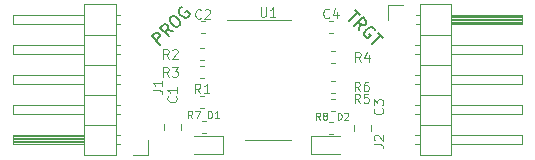
<source format=gto>
G04 #@! TF.GenerationSoftware,KiCad,Pcbnew,5.1.8-db9833491~88~ubuntu20.04.1*
G04 #@! TF.CreationDate,2021-03-13T16:05:35+01:00*
G04 #@! TF.ProjectId,SWD_Isolator,5357445f-4973-46f6-9c61-746f722e6b69,rev?*
G04 #@! TF.SameCoordinates,PX4160928PY2f7a4c0*
G04 #@! TF.FileFunction,Legend,Top*
G04 #@! TF.FilePolarity,Positive*
%FSLAX46Y46*%
G04 Gerber Fmt 4.6, Leading zero omitted, Abs format (unit mm)*
G04 Created by KiCad (PCBNEW 5.1.8-db9833491~88~ubuntu20.04.1) date 2021-03-13 16:05:35*
%MOMM*%
%LPD*%
G01*
G04 APERTURE LIST*
%ADD10C,0.200000*%
%ADD11C,0.120000*%
%ADD12C,0.100000*%
G04 APERTURE END LIST*
D10*
X22400513Y12335337D02*
X22804574Y11931276D01*
X21895437Y11426200D02*
X22602544Y12133306D01*
X22737231Y10584406D02*
X22838246Y11156826D01*
X22333170Y10988467D02*
X23040277Y11695574D01*
X23309651Y11426200D01*
X23343322Y11325184D01*
X23343322Y11257841D01*
X23309651Y11156826D01*
X23208635Y11055810D01*
X23107620Y11022139D01*
X23040277Y11022139D01*
X22939261Y11055810D01*
X22669887Y11325184D01*
X24084101Y10584406D02*
X24050429Y10685421D01*
X23949414Y10786436D01*
X23814727Y10853780D01*
X23680040Y10853780D01*
X23579025Y10820108D01*
X23410666Y10719093D01*
X23309651Y10618078D01*
X23208635Y10449719D01*
X23174964Y10348704D01*
X23174964Y10214017D01*
X23242307Y10079330D01*
X23309651Y10011986D01*
X23444338Y9944643D01*
X23511681Y9944643D01*
X23747383Y10180345D01*
X23612696Y10315032D01*
X24353475Y10382375D02*
X24757536Y9978314D01*
X23848399Y9473238D02*
X24555505Y10180345D01*
X5891390Y9390228D02*
X5184284Y10097335D01*
X5453658Y10366709D01*
X5554673Y10400381D01*
X5622016Y10400381D01*
X5723032Y10366709D01*
X5824047Y10265694D01*
X5857719Y10164678D01*
X5857719Y10097335D01*
X5824047Y9996320D01*
X5554673Y9726946D01*
X7002558Y10501396D02*
X6430138Y10602411D01*
X6598497Y10097335D02*
X5891390Y10804442D01*
X6160764Y11073816D01*
X6261780Y11107488D01*
X6329123Y11107488D01*
X6430138Y11073816D01*
X6531154Y10972800D01*
X6564825Y10871785D01*
X6564825Y10804442D01*
X6531154Y10703426D01*
X6261780Y10434052D01*
X6733184Y11646236D02*
X6867871Y11780923D01*
X6968887Y11814594D01*
X7103574Y11814594D01*
X7271932Y11713579D01*
X7507635Y11477877D01*
X7608650Y11309518D01*
X7608650Y11174831D01*
X7574978Y11073816D01*
X7440291Y10939129D01*
X7339276Y10905457D01*
X7204589Y10905457D01*
X7036230Y11006472D01*
X6800528Y11242175D01*
X6699512Y11410533D01*
X6699512Y11545220D01*
X6733184Y11646236D01*
X7743337Y12589045D02*
X7642322Y12555373D01*
X7541306Y12454358D01*
X7473963Y12319671D01*
X7473963Y12184984D01*
X7507635Y12083968D01*
X7608650Y11915610D01*
X7709665Y11814594D01*
X7878024Y11713579D01*
X7979039Y11679907D01*
X8113726Y11679907D01*
X8248413Y11747251D01*
X8315757Y11814594D01*
X8383100Y11949281D01*
X8383100Y12016625D01*
X8147398Y12252327D01*
X8012711Y12117640D01*
D11*
X15000000Y1353500D02*
X16950000Y1353500D01*
X15000000Y1353500D02*
X13050000Y1353500D01*
X15000000Y11473500D02*
X16950000Y11473500D01*
X15000000Y11473500D02*
X11550000Y11473500D01*
X27870000Y12823500D02*
X27870000Y3500D01*
X27870000Y3500D02*
X30530000Y3500D01*
X30530000Y3500D02*
X30530000Y12823500D01*
X30530000Y12823500D02*
X27870000Y12823500D01*
X30530000Y11873500D02*
X36530000Y11873500D01*
X36530000Y11873500D02*
X36530000Y11113500D01*
X36530000Y11113500D02*
X30530000Y11113500D01*
X30530000Y11813500D02*
X36530000Y11813500D01*
X30530000Y11693500D02*
X36530000Y11693500D01*
X30530000Y11573500D02*
X36530000Y11573500D01*
X30530000Y11453500D02*
X36530000Y11453500D01*
X30530000Y11333500D02*
X36530000Y11333500D01*
X30530000Y11213500D02*
X36530000Y11213500D01*
X27540000Y11873500D02*
X27870000Y11873500D01*
X27540000Y11113500D02*
X27870000Y11113500D01*
X27870000Y10223500D02*
X30530000Y10223500D01*
X30530000Y9333500D02*
X36530000Y9333500D01*
X36530000Y9333500D02*
X36530000Y8573500D01*
X36530000Y8573500D02*
X30530000Y8573500D01*
X27472929Y9333500D02*
X27870000Y9333500D01*
X27472929Y8573500D02*
X27870000Y8573500D01*
X27870000Y7683500D02*
X30530000Y7683500D01*
X30530000Y6793500D02*
X36530000Y6793500D01*
X36530000Y6793500D02*
X36530000Y6033500D01*
X36530000Y6033500D02*
X30530000Y6033500D01*
X27472929Y6793500D02*
X27870000Y6793500D01*
X27472929Y6033500D02*
X27870000Y6033500D01*
X27870000Y5143500D02*
X30530000Y5143500D01*
X30530000Y4253500D02*
X36530000Y4253500D01*
X36530000Y4253500D02*
X36530000Y3493500D01*
X36530000Y3493500D02*
X30530000Y3493500D01*
X27472929Y4253500D02*
X27870000Y4253500D01*
X27472929Y3493500D02*
X27870000Y3493500D01*
X27870000Y2603500D02*
X30530000Y2603500D01*
X30530000Y1713500D02*
X36530000Y1713500D01*
X36530000Y1713500D02*
X36530000Y953500D01*
X36530000Y953500D02*
X30530000Y953500D01*
X27472929Y1713500D02*
X27870000Y1713500D01*
X27472929Y953500D02*
X27870000Y953500D01*
X25160000Y11493500D02*
X25160000Y12763500D01*
X25160000Y12763500D02*
X26430000Y12763500D01*
X2130000Y3500D02*
X2130000Y12823500D01*
X2130000Y12823500D02*
X-530000Y12823500D01*
X-530000Y12823500D02*
X-530000Y3500D01*
X-530000Y3500D02*
X2130000Y3500D01*
X-530000Y953500D02*
X-6530000Y953500D01*
X-6530000Y953500D02*
X-6530000Y1713500D01*
X-6530000Y1713500D02*
X-530000Y1713500D01*
X-530000Y1013500D02*
X-6530000Y1013500D01*
X-530000Y1133500D02*
X-6530000Y1133500D01*
X-530000Y1253500D02*
X-6530000Y1253500D01*
X-530000Y1373500D02*
X-6530000Y1373500D01*
X-530000Y1493500D02*
X-6530000Y1493500D01*
X-530000Y1613500D02*
X-6530000Y1613500D01*
X2460000Y953500D02*
X2130000Y953500D01*
X2460000Y1713500D02*
X2130000Y1713500D01*
X2130000Y2603500D02*
X-530000Y2603500D01*
X-530000Y3493500D02*
X-6530000Y3493500D01*
X-6530000Y3493500D02*
X-6530000Y4253500D01*
X-6530000Y4253500D02*
X-530000Y4253500D01*
X2527071Y3493500D02*
X2130000Y3493500D01*
X2527071Y4253500D02*
X2130000Y4253500D01*
X2130000Y5143500D02*
X-530000Y5143500D01*
X-530000Y6033500D02*
X-6530000Y6033500D01*
X-6530000Y6033500D02*
X-6530000Y6793500D01*
X-6530000Y6793500D02*
X-530000Y6793500D01*
X2527071Y6033500D02*
X2130000Y6033500D01*
X2527071Y6793500D02*
X2130000Y6793500D01*
X2130000Y7683500D02*
X-530000Y7683500D01*
X-530000Y8573500D02*
X-6530000Y8573500D01*
X-6530000Y8573500D02*
X-6530000Y9333500D01*
X-6530000Y9333500D02*
X-530000Y9333500D01*
X2527071Y8573500D02*
X2130000Y8573500D01*
X2527071Y9333500D02*
X2130000Y9333500D01*
X2130000Y10223500D02*
X-530000Y10223500D01*
X-530000Y11113500D02*
X-6530000Y11113500D01*
X-6530000Y11113500D02*
X-6530000Y11873500D01*
X-6530000Y11873500D02*
X-530000Y11873500D01*
X2527071Y11113500D02*
X2130000Y11113500D01*
X2527071Y11873500D02*
X2130000Y11873500D01*
X4840000Y1333500D02*
X4840000Y63500D01*
X4840000Y63500D02*
X3570000Y63500D01*
X8738000Y154000D02*
X11198000Y154000D01*
X11198000Y154000D02*
X11198000Y1624000D01*
X11198000Y1624000D02*
X8738000Y1624000D01*
X18687000Y154000D02*
X21147000Y154000D01*
X18687000Y1624000D02*
X18687000Y154000D01*
X21147000Y1624000D02*
X18687000Y1624000D01*
X20504267Y1839500D02*
X20161733Y1839500D01*
X20504267Y2859500D02*
X20161733Y2859500D01*
X9394733Y1903000D02*
X9737267Y1903000D01*
X9394733Y2923000D02*
X9737267Y2923000D01*
X20175733Y11368500D02*
X20518267Y11368500D01*
X20175733Y10348500D02*
X20518267Y10348500D01*
X9709267Y11368500D02*
X9366733Y11368500D01*
X9709267Y10348500D02*
X9366733Y10348500D01*
X22304000Y2088248D02*
X22304000Y2610752D01*
X23724000Y2088248D02*
X23724000Y2610752D01*
X7658500Y2151748D02*
X7658500Y2674252D01*
X6238500Y2151748D02*
X6238500Y2674252D01*
X20708767Y5268500D02*
X20366233Y5268500D01*
X20708767Y6288500D02*
X20366233Y6288500D01*
X20708767Y4764500D02*
X20366233Y4764500D01*
X20708767Y3744500D02*
X20366233Y3744500D01*
X20708767Y8828500D02*
X20366233Y8828500D01*
X20708767Y7808500D02*
X20366233Y7808500D01*
X9267733Y8062500D02*
X9610267Y8062500D01*
X9267733Y9082500D02*
X9610267Y9082500D01*
X9253733Y7558500D02*
X9596267Y7558500D01*
X9253733Y6538500D02*
X9596267Y6538500D01*
X9253733Y3998500D02*
X9596267Y3998500D01*
X9253733Y5018500D02*
X9596267Y5018500D01*
D12*
X14390476Y12538096D02*
X14390476Y11890477D01*
X14428571Y11814286D01*
X14466666Y11776191D01*
X14542857Y11738096D01*
X14695238Y11738096D01*
X14771428Y11776191D01*
X14809523Y11814286D01*
X14847619Y11890477D01*
X14847619Y12538096D01*
X15647619Y11738096D02*
X15190476Y11738096D01*
X15419047Y11738096D02*
X15419047Y12538096D01*
X15342857Y12423810D01*
X15266666Y12347620D01*
X15190476Y12309524D01*
X23961904Y933334D02*
X24533333Y933334D01*
X24647619Y895239D01*
X24723809Y819048D01*
X24761904Y704762D01*
X24761904Y628572D01*
X24038095Y1276191D02*
X24000000Y1314286D01*
X23961904Y1390477D01*
X23961904Y1580953D01*
X24000000Y1657143D01*
X24038095Y1695239D01*
X24114285Y1733334D01*
X24190476Y1733334D01*
X24304761Y1695239D01*
X24761904Y1238096D01*
X24761904Y1733334D01*
X5261904Y5533334D02*
X5833333Y5533334D01*
X5947619Y5495239D01*
X6023809Y5419048D01*
X6061904Y5304762D01*
X6061904Y5228572D01*
X6061904Y6333334D02*
X6061904Y5876191D01*
X6061904Y6104762D02*
X5261904Y6104762D01*
X5376190Y6028572D01*
X5452380Y5952381D01*
X5490476Y5876191D01*
X9934642Y3157572D02*
X9934642Y3757572D01*
X10077500Y3757572D01*
X10163214Y3729000D01*
X10220357Y3671858D01*
X10248928Y3614715D01*
X10277500Y3500429D01*
X10277500Y3414715D01*
X10248928Y3300429D01*
X10220357Y3243286D01*
X10163214Y3186143D01*
X10077500Y3157572D01*
X9934642Y3157572D01*
X10848928Y3157572D02*
X10506071Y3157572D01*
X10677500Y3157572D02*
X10677500Y3757572D01*
X10620357Y3671858D01*
X10563214Y3614715D01*
X10506071Y3586143D01*
X20920142Y3030572D02*
X20920142Y3630572D01*
X21063000Y3630572D01*
X21148714Y3602000D01*
X21205857Y3544858D01*
X21234428Y3487715D01*
X21263000Y3373429D01*
X21263000Y3287715D01*
X21234428Y3173429D01*
X21205857Y3116286D01*
X21148714Y3059143D01*
X21063000Y3030572D01*
X20920142Y3030572D01*
X21491571Y3573429D02*
X21520142Y3602000D01*
X21577285Y3630572D01*
X21720142Y3630572D01*
X21777285Y3602000D01*
X21805857Y3573429D01*
X21834428Y3516286D01*
X21834428Y3459143D01*
X21805857Y3373429D01*
X21463000Y3030572D01*
X21834428Y3030572D01*
X19434200Y3030572D02*
X19234200Y3316286D01*
X19091342Y3030572D02*
X19091342Y3630572D01*
X19319914Y3630572D01*
X19377057Y3602000D01*
X19405628Y3573429D01*
X19434200Y3516286D01*
X19434200Y3430572D01*
X19405628Y3373429D01*
X19377057Y3344858D01*
X19319914Y3316286D01*
X19091342Y3316286D01*
X19777057Y3373429D02*
X19719914Y3402000D01*
X19691342Y3430572D01*
X19662771Y3487715D01*
X19662771Y3516286D01*
X19691342Y3573429D01*
X19719914Y3602000D01*
X19777057Y3630572D01*
X19891342Y3630572D01*
X19948485Y3602000D01*
X19977057Y3573429D01*
X20005628Y3516286D01*
X20005628Y3487715D01*
X19977057Y3430572D01*
X19948485Y3402000D01*
X19891342Y3373429D01*
X19777057Y3373429D01*
X19719914Y3344858D01*
X19691342Y3316286D01*
X19662771Y3259143D01*
X19662771Y3144858D01*
X19691342Y3087715D01*
X19719914Y3059143D01*
X19777057Y3030572D01*
X19891342Y3030572D01*
X19948485Y3059143D01*
X19977057Y3087715D01*
X20005628Y3144858D01*
X20005628Y3259143D01*
X19977057Y3316286D01*
X19948485Y3344858D01*
X19891342Y3373429D01*
X8626500Y3157572D02*
X8426500Y3443286D01*
X8283642Y3157572D02*
X8283642Y3757572D01*
X8512214Y3757572D01*
X8569357Y3729000D01*
X8597928Y3700429D01*
X8626500Y3643286D01*
X8626500Y3557572D01*
X8597928Y3500429D01*
X8569357Y3471858D01*
X8512214Y3443286D01*
X8283642Y3443286D01*
X8826500Y3757572D02*
X9226500Y3757572D01*
X8969357Y3157572D01*
X20213666Y11715786D02*
X20175571Y11677691D01*
X20061285Y11639596D01*
X19985095Y11639596D01*
X19870809Y11677691D01*
X19794619Y11753881D01*
X19756523Y11830072D01*
X19718428Y11982453D01*
X19718428Y12096739D01*
X19756523Y12249120D01*
X19794619Y12325310D01*
X19870809Y12401500D01*
X19985095Y12439596D01*
X20061285Y12439596D01*
X20175571Y12401500D01*
X20213666Y12363405D01*
X20899380Y12172929D02*
X20899380Y11639596D01*
X20708904Y12477691D02*
X20518428Y11906262D01*
X21013666Y11906262D01*
X9355166Y11652286D02*
X9317071Y11614191D01*
X9202785Y11576096D01*
X9126595Y11576096D01*
X9012309Y11614191D01*
X8936119Y11690381D01*
X8898023Y11766572D01*
X8859928Y11918953D01*
X8859928Y12033239D01*
X8898023Y12185620D01*
X8936119Y12261810D01*
X9012309Y12338000D01*
X9126595Y12376096D01*
X9202785Y12376096D01*
X9317071Y12338000D01*
X9355166Y12299905D01*
X9659928Y12299905D02*
X9698023Y12338000D01*
X9774214Y12376096D01*
X9964690Y12376096D01*
X10040880Y12338000D01*
X10078976Y12299905D01*
X10117071Y12223715D01*
X10117071Y12147524D01*
X10078976Y12033239D01*
X9621833Y11576096D01*
X10117071Y11576096D01*
X24696714Y3981467D02*
X24734809Y3943372D01*
X24772904Y3829086D01*
X24772904Y3752896D01*
X24734809Y3638610D01*
X24658619Y3562420D01*
X24582428Y3524324D01*
X24430047Y3486229D01*
X24315761Y3486229D01*
X24163380Y3524324D01*
X24087190Y3562420D01*
X24011000Y3638610D01*
X23972904Y3752896D01*
X23972904Y3829086D01*
X24011000Y3943372D01*
X24049095Y3981467D01*
X23972904Y4248134D02*
X23972904Y4743372D01*
X24277666Y4476705D01*
X24277666Y4590991D01*
X24315761Y4667181D01*
X24353857Y4705277D01*
X24430047Y4743372D01*
X24620523Y4743372D01*
X24696714Y4705277D01*
X24734809Y4667181D01*
X24772904Y4590991D01*
X24772904Y4362420D01*
X24734809Y4286229D01*
X24696714Y4248134D01*
X7234214Y5010167D02*
X7272309Y4972072D01*
X7310404Y4857786D01*
X7310404Y4781596D01*
X7272309Y4667310D01*
X7196119Y4591120D01*
X7119928Y4553024D01*
X6967547Y4514929D01*
X6853261Y4514929D01*
X6700880Y4553024D01*
X6624690Y4591120D01*
X6548500Y4667310D01*
X6510404Y4781596D01*
X6510404Y4857786D01*
X6548500Y4972072D01*
X6586595Y5010167D01*
X7310404Y5772072D02*
X7310404Y5314929D01*
X7310404Y5543500D02*
X6510404Y5543500D01*
X6624690Y5467310D01*
X6700880Y5391120D01*
X6738976Y5314929D01*
X22804466Y5438096D02*
X22537800Y5819048D01*
X22347323Y5438096D02*
X22347323Y6238096D01*
X22652085Y6238096D01*
X22728276Y6200000D01*
X22766371Y6161905D01*
X22804466Y6085715D01*
X22804466Y5971429D01*
X22766371Y5895239D01*
X22728276Y5857143D01*
X22652085Y5819048D01*
X22347323Y5819048D01*
X23490180Y6238096D02*
X23337800Y6238096D01*
X23261609Y6200000D01*
X23223514Y6161905D01*
X23147323Y6047620D01*
X23109228Y5895239D01*
X23109228Y5590477D01*
X23147323Y5514286D01*
X23185419Y5476191D01*
X23261609Y5438096D01*
X23413990Y5438096D01*
X23490180Y5476191D01*
X23528276Y5514286D01*
X23566371Y5590477D01*
X23566371Y5780953D01*
X23528276Y5857143D01*
X23490180Y5895239D01*
X23413990Y5933334D01*
X23261609Y5933334D01*
X23185419Y5895239D01*
X23147323Y5857143D01*
X23109228Y5780953D01*
X22804466Y4438096D02*
X22537800Y4819048D01*
X22347323Y4438096D02*
X22347323Y5238096D01*
X22652085Y5238096D01*
X22728276Y5200000D01*
X22766371Y5161905D01*
X22804466Y5085715D01*
X22804466Y4971429D01*
X22766371Y4895239D01*
X22728276Y4857143D01*
X22652085Y4819048D01*
X22347323Y4819048D01*
X23528276Y5238096D02*
X23147323Y5238096D01*
X23109228Y4857143D01*
X23147323Y4895239D01*
X23223514Y4933334D01*
X23413990Y4933334D01*
X23490180Y4895239D01*
X23528276Y4857143D01*
X23566371Y4780953D01*
X23566371Y4590477D01*
X23528276Y4514286D01*
X23490180Y4476191D01*
X23413990Y4438096D01*
X23223514Y4438096D01*
X23147323Y4476191D01*
X23109228Y4514286D01*
X22880666Y7956596D02*
X22614000Y8337548D01*
X22423523Y7956596D02*
X22423523Y8756596D01*
X22728285Y8756596D01*
X22804476Y8718500D01*
X22842571Y8680405D01*
X22880666Y8604215D01*
X22880666Y8489929D01*
X22842571Y8413739D01*
X22804476Y8375643D01*
X22728285Y8337548D01*
X22423523Y8337548D01*
X23566380Y8489929D02*
X23566380Y7956596D01*
X23375904Y8794691D02*
X23185428Y8223262D01*
X23680666Y8223262D01*
X6624666Y8210596D02*
X6358000Y8591548D01*
X6167523Y8210596D02*
X6167523Y9010596D01*
X6472285Y9010596D01*
X6548476Y8972500D01*
X6586571Y8934405D01*
X6624666Y8858215D01*
X6624666Y8743929D01*
X6586571Y8667739D01*
X6548476Y8629643D01*
X6472285Y8591548D01*
X6167523Y8591548D01*
X6929428Y8934405D02*
X6967523Y8972500D01*
X7043714Y9010596D01*
X7234190Y9010596D01*
X7310380Y8972500D01*
X7348476Y8934405D01*
X7386571Y8858215D01*
X7386571Y8782024D01*
X7348476Y8667739D01*
X6891333Y8210596D01*
X7386571Y8210596D01*
X6624666Y6686596D02*
X6358000Y7067548D01*
X6167523Y6686596D02*
X6167523Y7486596D01*
X6472285Y7486596D01*
X6548476Y7448500D01*
X6586571Y7410405D01*
X6624666Y7334215D01*
X6624666Y7219929D01*
X6586571Y7143739D01*
X6548476Y7105643D01*
X6472285Y7067548D01*
X6167523Y7067548D01*
X6891333Y7486596D02*
X7386571Y7486596D01*
X7119904Y7181834D01*
X7234190Y7181834D01*
X7310380Y7143739D01*
X7348476Y7105643D01*
X7386571Y7029453D01*
X7386571Y6838977D01*
X7348476Y6762786D01*
X7310380Y6724691D01*
X7234190Y6686596D01*
X7005619Y6686596D01*
X6929428Y6724691D01*
X6891333Y6762786D01*
X9291666Y5289596D02*
X9025000Y5670548D01*
X8834523Y5289596D02*
X8834523Y6089596D01*
X9139285Y6089596D01*
X9215476Y6051500D01*
X9253571Y6013405D01*
X9291666Y5937215D01*
X9291666Y5822929D01*
X9253571Y5746739D01*
X9215476Y5708643D01*
X9139285Y5670548D01*
X8834523Y5670548D01*
X10053571Y5289596D02*
X9596428Y5289596D01*
X9825000Y5289596D02*
X9825000Y6089596D01*
X9748809Y5975310D01*
X9672619Y5899120D01*
X9596428Y5861024D01*
M02*

</source>
